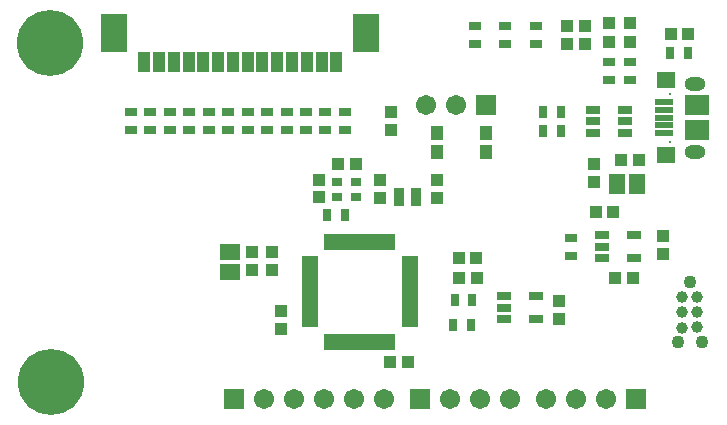
<source format=gts>
G04*
G04 #@! TF.GenerationSoftware,Altium Limited,Altium Designer,19.0.12 (326)*
G04*
G04 Layer_Color=8388736*
%FSAX25Y25*%
%MOIN*%
G70*
G01*
G75*
%ADD29R,0.03543X0.03150*%
%ADD35R,0.04343X0.04737*%
%ADD36R,0.04737X0.03162*%
%ADD37R,0.09068X0.12611*%
%ADD38R,0.03950X0.07099*%
%ADD39R,0.01981X0.05524*%
%ADD40R,0.05524X0.01981*%
%ADD41R,0.06587X0.05485*%
%ADD42R,0.03950X0.03950*%
%ADD43R,0.03950X0.03950*%
%ADD44R,0.04343X0.03162*%
%ADD45R,0.03162X0.04343*%
%ADD46R,0.03753X0.06312*%
%ADD47C,0.03910*%
%ADD48R,0.06312X0.05524*%
%ADD49R,0.08280X0.06902*%
%ADD50R,0.05906X0.01968*%
%ADD51R,0.05485X0.06587*%
%ADD52C,0.22047*%
%ADD53R,0.06706X0.06706*%
%ADD54C,0.06706*%
%ADD55C,0.04343*%
%ADD56O,0.07099X0.04737*%
%ADD57R,0.00800X0.00800*%
D29*
X0397705Y0362008D02*
D03*
X0391209D02*
D03*
Y0357087D02*
D03*
X0397705D02*
D03*
D35*
X0424843Y0378524D02*
D03*
X0440984D02*
D03*
Y0372224D02*
D03*
X0424843D02*
D03*
D36*
X0476543Y0386024D02*
D03*
X0479587Y0344240D02*
D03*
Y0340500D02*
D03*
Y0336760D02*
D03*
X0490413D02*
D03*
Y0344240D02*
D03*
X0446976Y0323917D02*
D03*
X0446976Y0320177D02*
D03*
X0446976Y0316437D02*
D03*
X0457803D02*
D03*
Y0323917D02*
D03*
X0476543Y0378543D02*
D03*
Y0382283D02*
D03*
X0487370Y0386024D02*
D03*
Y0382283D02*
D03*
Y0378543D02*
D03*
D37*
X0400976Y0411842D02*
D03*
X0317118D02*
D03*
D38*
X0391134Y0402000D02*
D03*
X0386213D02*
D03*
X0381291D02*
D03*
X0376370D02*
D03*
X0371449D02*
D03*
X0366528D02*
D03*
X0361606D02*
D03*
X0356685D02*
D03*
X0351764D02*
D03*
X0346843D02*
D03*
X0341921D02*
D03*
X0337000D02*
D03*
X0332079D02*
D03*
X0327157D02*
D03*
D39*
X0409827Y0342232D02*
D03*
X0407858D02*
D03*
X0405890D02*
D03*
X0403921D02*
D03*
X0401953D02*
D03*
X0399984D02*
D03*
X0398016D02*
D03*
X0396047D02*
D03*
X0394079D02*
D03*
X0392110D02*
D03*
X0390142D02*
D03*
X0388173D02*
D03*
Y0308768D02*
D03*
X0390142D02*
D03*
X0392110D02*
D03*
X0394079D02*
D03*
X0396047D02*
D03*
X0398016D02*
D03*
X0399984D02*
D03*
X0401953D02*
D03*
X0403921D02*
D03*
X0405890D02*
D03*
X0407858D02*
D03*
X0409827D02*
D03*
D40*
X0382268Y0336327D02*
D03*
Y0334358D02*
D03*
Y0332390D02*
D03*
Y0330421D02*
D03*
Y0328453D02*
D03*
Y0326484D02*
D03*
Y0324516D02*
D03*
Y0322547D02*
D03*
Y0320579D02*
D03*
Y0318610D02*
D03*
Y0316642D02*
D03*
Y0314673D02*
D03*
X0415732D02*
D03*
Y0316642D02*
D03*
Y0318610D02*
D03*
Y0320579D02*
D03*
Y0322547D02*
D03*
Y0324516D02*
D03*
Y0326484D02*
D03*
Y0328453D02*
D03*
Y0330421D02*
D03*
Y0332390D02*
D03*
Y0334358D02*
D03*
Y0336327D02*
D03*
D41*
X0355579Y0331968D02*
D03*
Y0338701D02*
D03*
D42*
X0468047Y0413953D02*
D03*
X0473953D02*
D03*
X0468047Y0408047D02*
D03*
X0473953D02*
D03*
X0415098Y0301969D02*
D03*
X0409193D02*
D03*
X0431957Y0336829D02*
D03*
X0437862D02*
D03*
X0432055Y0330118D02*
D03*
X0437961D02*
D03*
X0397705Y0368110D02*
D03*
X0391799D02*
D03*
X0508453Y0411500D02*
D03*
X0502547D02*
D03*
X0477547Y0352000D02*
D03*
X0483453D02*
D03*
X0492060Y0369500D02*
D03*
X0486154D02*
D03*
X0489953Y0330000D02*
D03*
X0484047D02*
D03*
D43*
X0363158Y0338780D02*
D03*
Y0332874D02*
D03*
X0372606Y0313189D02*
D03*
Y0319094D02*
D03*
X0369555Y0338681D02*
D03*
Y0332776D02*
D03*
X0465421Y0316437D02*
D03*
Y0322342D02*
D03*
X0405645Y0356753D02*
D03*
Y0362659D02*
D03*
X0424645Y0356754D02*
D03*
Y0362660D02*
D03*
X0409500Y0379500D02*
D03*
Y0385405D02*
D03*
X0482000Y0408850D02*
D03*
X0482000Y0415150D02*
D03*
X0489000Y0408850D02*
D03*
X0489000Y0415150D02*
D03*
X0385303Y0356988D02*
D03*
Y0362894D02*
D03*
X0500000Y0343953D02*
D03*
Y0338047D02*
D03*
X0477000Y0362047D02*
D03*
Y0367953D02*
D03*
D44*
X0457547Y0413953D02*
D03*
Y0408047D02*
D03*
X0447500D02*
D03*
Y0413953D02*
D03*
X0437500Y0413953D02*
D03*
Y0408047D02*
D03*
X0482000Y0396094D02*
D03*
Y0402000D02*
D03*
X0489000Y0396047D02*
D03*
Y0401953D02*
D03*
X0394000Y0379500D02*
D03*
Y0385405D02*
D03*
X0387514Y0379500D02*
D03*
Y0385405D02*
D03*
X0381028Y0379500D02*
D03*
Y0385405D02*
D03*
X0374542Y0379500D02*
D03*
Y0385405D02*
D03*
X0368056Y0379500D02*
D03*
Y0385405D02*
D03*
X0361570Y0379500D02*
D03*
Y0385405D02*
D03*
X0355084Y0379500D02*
D03*
Y0385405D02*
D03*
X0348598Y0379500D02*
D03*
Y0385405D02*
D03*
X0342112Y0379500D02*
D03*
Y0385405D02*
D03*
X0335626Y0379500D02*
D03*
Y0385405D02*
D03*
X0329139Y0379500D02*
D03*
Y0385405D02*
D03*
X0322654Y0379500D02*
D03*
Y0385405D02*
D03*
X0469500Y0343453D02*
D03*
Y0337547D02*
D03*
D45*
X0436091Y0314370D02*
D03*
X0430185D02*
D03*
X0430579Y0322736D02*
D03*
X0436484D02*
D03*
X0388059Y0350984D02*
D03*
X0393965D02*
D03*
X0502500Y0405000D02*
D03*
X0508405D02*
D03*
X0460106Y0379055D02*
D03*
X0466012D02*
D03*
X0460106Y0385555D02*
D03*
X0466012D02*
D03*
D46*
X0412145Y0357000D02*
D03*
X0417854D02*
D03*
D47*
X0511500Y0313610D02*
D03*
X0506500Y0313295D02*
D03*
X0511500Y0318610D02*
D03*
X0506500D02*
D03*
X0511500Y0323610D02*
D03*
X0506500Y0323610D02*
D03*
D48*
X0501165Y0370937D02*
D03*
Y0396134D02*
D03*
D49*
X0511500Y0379500D02*
D03*
Y0387571D02*
D03*
D50*
X0500280Y0378417D02*
D03*
Y0386094D02*
D03*
Y0388653D02*
D03*
Y0383535D02*
D03*
Y0380976D02*
D03*
D51*
X0484768Y0361500D02*
D03*
X0491500D02*
D03*
D52*
X0295835Y0408465D02*
D03*
X0296031Y0295472D02*
D03*
D53*
X0441169Y0387894D02*
D03*
X0356917Y0289862D02*
D03*
X0419004D02*
D03*
X0491032Y0289764D02*
D03*
D54*
X0431169Y0387894D02*
D03*
X0421169D02*
D03*
X0366917Y0289862D02*
D03*
X0376917D02*
D03*
X0386917D02*
D03*
X0396917D02*
D03*
X0406917D02*
D03*
X0449004D02*
D03*
X0439004D02*
D03*
X0429004D02*
D03*
X0461031Y0289764D02*
D03*
X0471032D02*
D03*
X0481032D02*
D03*
D55*
X0505000Y0308610D02*
D03*
X0513000Y0308610D02*
D03*
X0509000Y0328610D02*
D03*
D56*
X0510711Y0372217D02*
D03*
Y0394854D02*
D03*
D57*
X0502246Y0375551D02*
D03*
Y0391496D02*
D03*
M02*

</source>
